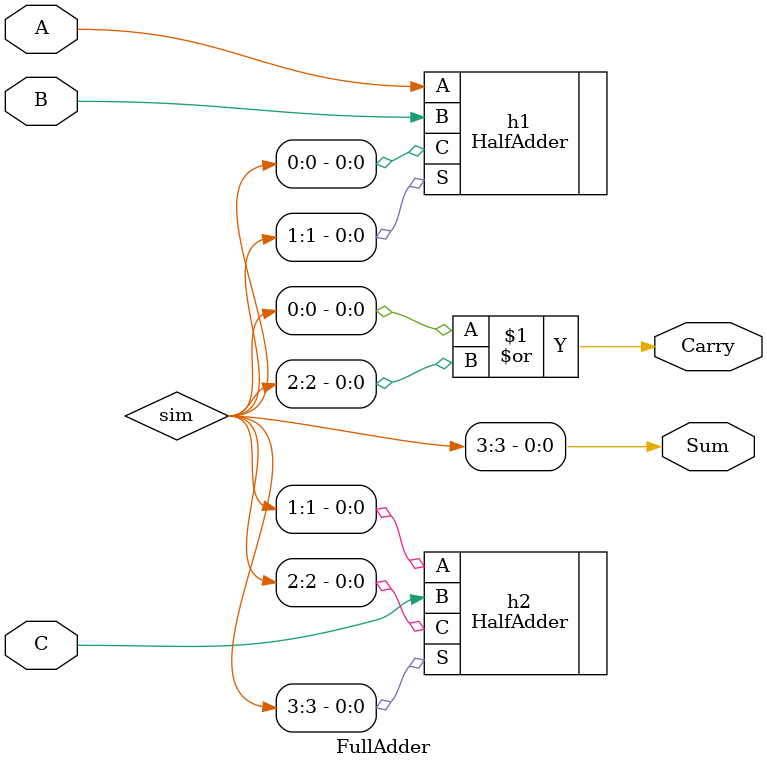
<source format=v>
`timescale 1ns / 1ps
module FullAdder (
    input A,
    input B,
    input C,
    output Sum,
    output Carry
    );
  
	wire [3:0] sim;
	HalfAdder h1(
		.A(A),
		.B(B),
		.S(sim[1]),
		.C(sim[0])
		);
		
	HalfAdder h2(
		.A(sim[1]),
		.B(C),
		.S(sim[3]),
		.C(sim[2])
		);
		
		assign Sum = sim[3];
		or(Carry,sim[0],sim[2]);
		
endmodule

</source>
